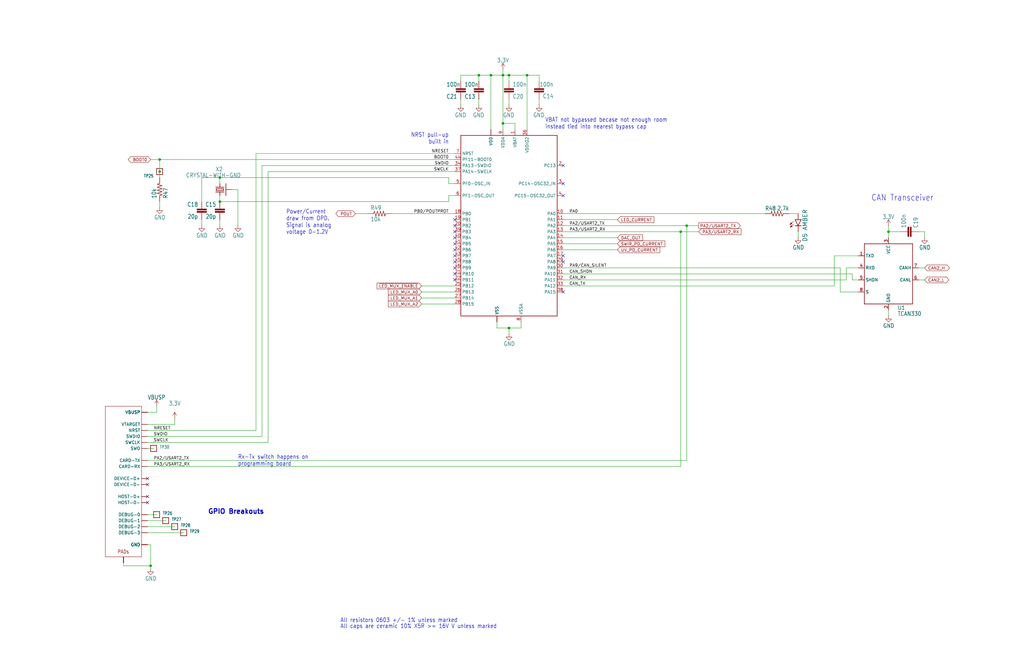
<source format=kicad_sch>
(kicad_sch (version 20231120) (generator "eeschema") (generator_version "8.0")
  (paper "USLedger")
  (title_block (title "OreSat Diode Test Card") (date "2024-04-21") (rev "v1.0"))
  (lib_symbols
    (symbol "oresat-power:VBUSP" (power) (pin_names (offset 0))
      (property "Value" "VBUSP" (at 0 3.556 0))
      (symbol "VBUSP_0_1"
        (polyline (pts (xy -0.762 1.27) (xy 0 2.54)))
        (polyline (pts (xy 0 0) (xy 0 2.54)))
        (polyline (pts (xy 0 2.54) (xy 0.762 1.27)))
      )
      (symbol "VBUSP_1_1"
        (pin power_in line (at 0 0 90) (length 0) hide (name "VBUSP") (number "1"))
      )
    )
    (symbol "oresat-proto-card-eagle-import:C-EU0603-C-NOSILK"
      (property "Reference" "C" (at 1.524 0.381 0))
      (symbol "C-EU0603-C-NOSILK_1_0"
        (rectangle (start -2.032 -2.032) (end 2.032 -1.524) (fill (type outline)))
        (rectangle (start -2.032 -1.016) (end 2.032 -0.508) (fill (type outline)))
        (polyline (pts (xy 0 -2.54) (xy 0 -2.032)) (stroke (width 0.1524)))
        (polyline (pts (xy 0 0) (xy 0 -0.508)) (stroke (width 0.1524)))
        (pin passive line (at 0 2.54 270) (length 2.54) (name "1") (number "1"))
        (pin passive line (at 0 -5.08 90) (length 2.54) (name "2") (number "2"))
      )
    )
    (symbol "oresat-proto-card-eagle-import:CRYSTAL-WITH-GND"
      (property "Reference" "X" (at 5.08 -2.54 0))
      (symbol "CRYSTAL-WITH-GND_1_0"
        (polyline (pts (xy -2.54 -2.54) (xy 2.54 -2.54)) (stroke (width 0.254)))
        (polyline (pts (xy -2.54 0) (xy -1.016 0)) (stroke (width 0.254)))
        (polyline (pts (xy -1.016 0) (xy -1.016 -1.778)) (stroke (width 0.254)))
        (polyline (pts (xy -1.016 1.778) (xy -1.016 0)) (stroke (width 0.254)))
        (polyline (pts (xy -0.381 -1.524) (xy 0.381 -1.524)) (stroke (width 0.254)))
        (polyline (pts (xy -0.381 1.524) (xy -0.381 -1.524)) (stroke (width 0.254)))
        (polyline (pts (xy 0.381 -1.524) (xy 0.381 1.524)) (stroke (width 0.254)))
        (polyline (pts (xy 0.381 1.524) (xy -0.381 1.524)) (stroke (width 0.254)))
        (polyline (pts (xy 1.016 0) (xy 1.016 -1.778)) (stroke (width 0.254)))
        (polyline (pts (xy 1.016 1.778) (xy 1.016 0)) (stroke (width 0.254)))
        (polyline (pts (xy 2.54 0) (xy 1.016 0)) (stroke (width 0.254)))
        (pin passive line (at -2.54 0 0) (length 0) (name "1") (number "1"))
        (pin power_in line (at 0 -5.08 90) (length 2.54) (name "SHIELD") (number "2"))
        (pin passive line (at 2.54 0 180) (length 0) (name "2") (number "3"))
        (pin power_in line (at 0 -5.08 90) (length 2.54) (name "SHIELD") (number "4"))
      )
    )
    (symbol "oresat-proto-card-eagle-import:LED-GREEN0603"
      (property "Reference" "D" (at -3.429 -4.572 90))
      (symbol "LED-GREEN0603_1_0"
        (polyline (pts (xy -2.032 -0.762) (xy -3.429 -2.159)) (stroke (width 0.1524)))
        (polyline (pts (xy -1.905 -1.905) (xy -3.302 -3.302)) (stroke (width 0.1524)))
        (polyline (pts (xy 0 -2.54) (xy -1.27 -2.54)) (stroke (width 0.254)))
        (polyline (pts (xy 0 -2.54) (xy -1.27 0)) (stroke (width 0.254)))
        (polyline (pts (xy 1.27 -2.54) (xy 0 -2.54)) (stroke (width 0.254)))
        (polyline (pts (xy 1.27 0) (xy -1.27 0)) (stroke (width 0.254)))
        (polyline (pts (xy 1.27 0) (xy 0 -2.54)) (stroke (width 0.254)))
        (polyline (pts (xy -3.429 -2.159) (xy -3.048 -1.27) (xy -2.54 -1.778)) (stroke (width 0.1524)) (fill (type outline)))
        (polyline (pts (xy -3.302 -3.302) (xy -2.921 -2.413) (xy -2.413 -2.921)) (stroke (width 0.1524)) (fill (type outline)))
        (pin passive line (at 0 2.54 270) (length 2.54) (name "A") (number "A"))
        (pin passive line (at 0 -5.08 90) (length 2.54) (name "C") (number "C"))
      )
    )
    (symbol "oresat-proto-card-eagle-import:ORESAT-DEBUG-CONNECTOR-ALL"
      (symbol "ORESAT-DEBUG-CONNECTOR-ALL_1_0"
        (polyline (pts (xy -6.35 -33.02) (xy 8.89 -33.02)) (stroke (width 0.1524)))
        (polyline (pts (xy -6.35 30.48) (xy -6.35 -33.02)) (stroke (width 0.1524)))
        (polyline (pts (xy 8.89 -33.02) (xy 8.89 30.48)) (stroke (width 0.1524)))
        (polyline (pts (xy 8.89 30.48) (xy -6.35 30.48)) (stroke (width 0.1524)))
        (text "PADs" (at -1.27 -31.75 0) (effects (font (size 1.524 1.2954)) (justify left bottom)))
        (pin passive line (at 11.43 27.94 180) (length 2.54) (name "VBUSP") (number "1"))
        (pin passive line (at 11.43 20.32 180) (length 2.54) (name "NRST") (number "10"))
        (pin passive line (at 11.43 22.86 180) (length 2.54) (name "VTARGET") (number "11"))
        (pin passive line (at 11.43 5.08 180) (length 2.54) (name "CARD-RX") (number "12"))
        (pin passive line (at 11.43 7.62 180) (length 2.54) (name "CARD-TX") (number "13"))
        (pin passive line (at 11.43 17.78 180) (length 2.54) (name "SWDIO") (number "14"))
        (pin passive line (at 11.43 15.24 180) (length 2.54) (name "SWCLK") (number "15"))
        (pin passive line (at 11.43 12.7 180) (length 2.54) (name "SWO") (number "16"))
        (pin passive line (at 11.43 -15.24 180) (length 2.54) (name "DEBUG-0") (number "17"))
        (pin passive line (at 11.43 -17.78 180) (length 2.54) (name "DEBUG-1") (number "18"))
        (pin passive line (at 11.43 -20.32 180) (length 2.54) (name "DEBUG-2") (number "19"))
        (pin passive line (at 11.43 27.94 180) (length 2.54) (name "VBUSP") (number "2"))
        (pin passive line (at 11.43 -22.86 180) (length 2.54) (name "DEBUG-3") (number "20"))
        (pin passive line (at 11.43 -27.94 180) (length 2.54) (name "GND") (number "3"))
        (pin passive line (at 11.43 0 180) (length 2.54) (name "DEVICE-D+") (number "4"))
        (pin passive line (at 11.43 -2.54 180) (length 2.54) (name "DEVICE-D-") (number "5"))
        (pin passive line (at 11.43 -27.94 180) (length 2.54) (name "GND") (number "6"))
        (pin passive line (at 11.43 -7.62 180) (length 2.54) (name "HOST-D+") (number "7"))
        (pin passive line (at 11.43 -10.16 180) (length 2.54) (name "HOST-D-") (number "8"))
        (pin passive line (at 11.43 -27.94 180) (length 2.54) (name "GND") (number "9"))
        (pin bidirectional line (at 1.27 -35.56 90) (length 2.54) (name "PAD") (number "PAD1"))
        (pin bidirectional line (at 1.27 -35.56 90) (length 2.54) (name "PAD") (number "PAD2"))
      )
    )
    (symbol "oresat-proto-card-eagle-import:R-US_0603-C-NOSILK"
      (property "Reference" "R" (at -3.81 1.4986 0))
      (symbol "R-US_0603-C-NOSILK_1_0"
        (polyline (pts (xy -2.54 0) (xy -2.159 1.016)) (stroke (width 0.2032)))
        (polyline (pts (xy -2.159 1.016) (xy -1.524 -1.016)) (stroke (width 0.2032)))
        (polyline (pts (xy -1.524 -1.016) (xy -0.889 1.016)) (stroke (width 0.2032)))
        (polyline (pts (xy -0.889 1.016) (xy -0.254 -1.016)) (stroke (width 0.2032)))
        (polyline (pts (xy -0.254 -1.016) (xy 0.381 1.016)) (stroke (width 0.2032)))
        (polyline (pts (xy 0.381 1.016) (xy 1.016 -1.016)) (stroke (width 0.2032)))
        (polyline (pts (xy 1.016 -1.016) (xy 1.651 1.016)) (stroke (width 0.2032)))
        (polyline (pts (xy 1.651 1.016) (xy 2.286 -1.016)) (stroke (width 0.2032)))
        (polyline (pts (xy 2.286 -1.016) (xy 2.54 0)) (stroke (width 0.2032)))
        (pin passive line (at -5.08 0 0) (length 2.54) (name "1") (number "1"))
        (pin passive line (at 5.08 0 180) (length 2.54) (name "2") (number "2"))
      )
    )
    (symbol "oresat-proto-card-eagle-import:STM32F091C"
      (symbol "STM32F091C_1_0"
        (polyline (pts (xy -20.32 -38.1) (xy -20.32 38.1)) (stroke (width 0.254)))
        (polyline (pts (xy -20.32 38.1) (xy 20.32 38.1)) (stroke (width 0.254)))
        (polyline (pts (xy 20.32 -38.1) (xy -20.32 -38.1)) (stroke (width 0.254)))
        (polyline (pts (xy 20.32 38.1) (xy 20.32 -38.1)) (stroke (width 0.254)))
        (pin power_in line (at -2.54 40.64 270) (length 2.54) (name "VBAT") (number "1"))
        (pin bidirectional line (at -22.86 5.08 0) (length 2.54) (name "PA0") (number "10"))
        (pin bidirectional line (at -22.86 2.54 0) (length 2.54) (name "PA1") (number "11"))
        (pin bidirectional line (at -22.86 0 0) (length 2.54) (name "PA2") (number "12"))
        (pin bidirectional line (at -22.86 -2.54 0) (length 2.54) (name "PA3") (number "13"))
        (pin bidirectional line (at -22.86 -5.08 0) (length 2.54) (name "PA4") (number "14"))
        (pin bidirectional line (at -22.86 -7.62 0) (length 2.54) (name "PA5") (number "15"))
        (pin bidirectional line (at -22.86 -10.16 0) (length 2.54) (name "PA6") (number "16"))
        (pin bidirectional line (at -22.86 -12.7 0) (length 2.54) (name "PA7") (number "17"))
        (pin bidirectional line (at 22.86 5.08 180) (length 2.54) (name "PB0") (number "18"))
        (pin bidirectional line (at 22.86 2.54 180) (length 2.54) (name "PB1") (number "19"))
        (pin bidirectional line (at -22.86 25.4 0) (length 2.54) (name "PC13") (number "2"))
        (pin bidirectional line (at 22.86 0 180) (length 2.54) (name "PB2") (number "20"))
        (pin bidirectional line (at 22.86 -20.32 180) (length 2.54) (name "PB10") (number "21"))
        (pin bidirectional line (at 22.86 -22.86 180) (length 2.54) (name "PB11") (number "22"))
        (pin power_in line (at 5.08 -40.64 90) (length 2.54) (name "VSS") (number "23"))
        (pin power_in line (at 7.62 40.64 270) (length 2.54) (name "VDD") (number "24"))
        (pin bidirectional line (at 22.86 -25.4 180) (length 2.54) (name "PB12") (number "25"))
        (pin bidirectional line (at 22.86 -27.94 180) (length 2.54) (name "PB13") (number "26"))
        (pin bidirectional line (at 22.86 -30.48 180) (length 2.54) (name "PB14") (number "27"))
        (pin bidirectional line (at 22.86 -33.02 180) (length 2.54) (name "PB15") (number "28"))
        (pin bidirectional line (at -22.86 -15.24 0) (length 2.54) (name "PA8") (number "29"))
        (pin bidirectional line (at -22.86 17.78 0) (length 2.54) (name "PC14-OSC32_IN") (number "3"))
        (pin bidirectional line (at -22.86 -17.78 0) (length 2.54) (name "PA9") (number "30"))
        (pin bidirectional line (at -22.86 -20.32 0) (length 2.54) (name "PA10") (number "31"))
        (pin bidirectional line (at -22.86 -22.86 0) (length 2.54) (name "PA11") (number "32"))
        (pin bidirectional line (at -22.86 -25.4 0) (length 2.54) (name "PA12") (number "33"))
        (pin bidirectional line (at 22.86 25.4 180) (length 2.54) (name "PA13-SWDIO") (number "34"))
        (pin power_in line (at 5.08 -40.64 90) (length 2.54) (name "VSS") (number "35"))
        (pin power_in line (at -7.62 40.64 270) (length 2.54) (name "VDDIO2") (number "36"))
        (pin bidirectional line (at 22.86 22.86 180) (length 2.54) (name "PA14-SWCLK") (number "37"))
        (pin bidirectional line (at -22.86 -27.94 0) (length 2.54) (name "PA15") (number "38"))
        (pin bidirectional line (at 22.86 -2.54 180) (length 2.54) (name "PB3") (number "39"))
        (pin bidirectional line (at -22.86 12.7 0) (length 2.54) (name "PC15-OSC32_OUT") (number "4"))
        (pin bidirectional line (at 22.86 -5.08 180) (length 2.54) (name "PB4") (number "40"))
        (pin bidirectional line (at 22.86 -7.62 180) (length 2.54) (name "PB5") (number "41"))
        (pin bidirectional line (at 22.86 -10.16 180) (length 2.54) (name "PB6") (number "42"))
        (pin bidirectional line (at 22.86 -12.7 180) (length 2.54) (name "PB7") (number "43"))
        (pin bidirectional line (at 22.86 27.94 180) (length 2.54) (name "PF11-BOOT0") (number "44"))
        (pin bidirectional line (at 22.86 -15.24 180) (length 2.54) (name "PB8") (number "45"))
        (pin bidirectional line (at 22.86 -17.78 180) (length 2.54) (name "PB9") (number "46"))
        (pin power_in line (at 5.08 -40.64 90) (length 2.54) (name "VSS") (number "47"))
        (pin power_in line (at 7.62 40.64 270) (length 2.54) (name "VDD") (number "48"))
        (pin bidirectional line (at 22.86 17.78 180) (length 2.54) (name "PF0-OSC_IN") (number "5"))
        (pin bidirectional line (at 22.86 12.7 180) (length 2.54) (name "PF1-OSC_OUT") (number "6"))
        (pin bidirectional line (at 22.86 30.48 180) (length 2.54) (name "NRST") (number "7"))
        (pin power_in line (at -5.08 -40.64 90) (length 2.54) (name "VSSA") (number "8"))
        (pin power_in line (at 2.54 40.64 270) (length 2.54) (name "VDDA") (number "9"))
      )
    )
    (symbol "oresat-proto-card-eagle-import:TCAN330"
      (property "Reference" "U" (at 7.62 -17.78 0))
      (symbol "TCAN330_1_0"
        (polyline (pts (xy -10.16 -12.7) (xy 10.16 -12.7)) (stroke (width 0.254)))
        (polyline (pts (xy -10.16 12.7) (xy -10.16 -12.7)) (stroke (width 0.254)))
        (polyline (pts (xy 10.16 -12.7) (xy 10.16 12.7)) (stroke (width 0.254)))
        (polyline (pts (xy 10.16 12.7) (xy -10.16 12.7)) (stroke (width 0.254)))
        (pin input line (at -12.7 7.62 0) (length 2.54) (name "TXD") (number "1"))
        (pin power_in line (at 0 -15.24 90) (length 2.54) (name "GND") (number "2"))
        (pin power_in line (at 0 15.24 270) (length 2.54) (name "VCC") (number "3"))
        (pin output line (at -12.7 2.54 0) (length 2.54) (name "RXD") (number "4"))
        (pin input line (at -12.7 -2.54 0) (length 2.54) (name "SHDN") (number "5"))
        (pin bidirectional line (at 12.7 -2.54 180) (length 2.54) (name "CANL") (number "6"))
        (pin bidirectional line (at 12.7 2.54 180) (length 2.54) (name "CANH") (number "7"))
        (pin input line (at -12.7 -7.62 0) (length 2.54) (name "S") (number "8"))
      )
    )
    (symbol "oresat-proto-card-eagle-import:TEST-POINT-LARGE-SQUARE"
      (property "Reference" "TP" (at -2.54 2.54 0))
      (symbol "TEST-POINT-LARGE-SQUARE_1_0"
        (polyline (pts (xy -1.27 -1.27) (xy -1.27 1.27)) (stroke (width 0.254)))
        (polyline (pts (xy -1.27 1.27) (xy 1.27 1.27)) (stroke (width 0.254)))
        (polyline (pts (xy 1.27 -1.27) (xy -1.27 -1.27)) (stroke (width 0.254)))
        (polyline (pts (xy 1.27 1.27) (xy 1.27 -1.27)) (stroke (width 0.254)))
        (pin passive line (at 0 0 0) (length 0) (name "1") (number "1"))
      )
    )
    (symbol "power:+3.3V" (power) (pin_numbers hide) (pin_names (offset 0) hide)
      (property "Value" "+3.3V" (at 0 3.556 0))
      (symbol "+3.3V_0_1"
        (polyline (pts (xy -0.762 1.27) (xy 0 2.54)))
        (polyline (pts (xy 0 0) (xy 0 2.54)))
        (polyline (pts (xy 0 2.54) (xy 0.762 1.27)))
      )
      (symbol "+3.3V_1_1"
        (pin power_in line (at 0 0 90) (length 0) (name "~") (number "1"))
      )
    )
    (symbol "power:GND" (power) (pin_numbers hide) (pin_names (offset 0) hide)
      (property "Value" "GND" (at 0 -3.81 0))
      (symbol "GND_0_1"
        (polyline (pts (xy 0 0) (xy 0 -1.27) (xy 1.27 -1.27) (xy 0 -2.54) (xy -1.27 -1.27) (xy 0 -1.27)))
      )
      (symbol "GND_1_1"
        (pin power_in line (at 0 0 270) (length 0) (name "~") (number "1"))
      )
    )
  )
  (junction (at 374.65 97.79))
  (junction (at 92.71 85.09))
  (junction (at 214.63 138.43))
  (junction (at 287.02 97.79))
  (junction (at 222.25 31.75))
  (junction (at 63.5 238.76))
  (junction (at 212.09 31.75))
  (junction (at 289.56 95.25))
  (junction (at 214.63 31.75))
  (junction (at 201.93 31.75))
  (junction (at 212.09 52.07))
  (junction (at 92.71 74.93))
  (junction (at 207.01 31.75))
  (junction (at 67.31 67.31))
  (junction (at 67.31 72.39))
  (no_connect (at 62.23 209.55))
  (no_connect (at 62.23 204.47))
  (no_connect (at 191.77 118.11))
  (no_connect (at 191.77 97.79))
  (no_connect (at 191.77 102.87))
  (no_connect (at 191.77 115.57))
  (no_connect (at 191.77 105.41))
  (no_connect (at 237.49 110.49))
  (no_connect (at 237.49 123.19))
  (no_connect (at 237.49 82.55))
  (no_connect (at 191.77 92.71))
  (no_connect (at 191.77 110.49))
  (no_connect (at 191.77 107.95))
  (no_connect (at 237.49 107.95))
  (no_connect (at 62.23 212.09))
  (no_connect (at 237.49 77.47))
  (no_connect (at 62.23 201.93))
  (no_connect (at 191.77 113.03))
  (no_connect (at 237.49 69.85))
  (no_connect (at 191.77 100.33))
  (no_connect (at 191.77 95.25))
  (wire (pts (xy 113.03 186.69) (xy 113.03 72.39)) (stroke (width 0.1524)))
  (wire (pts (xy 62.23 181.61) (xy 107.95 181.61)) (stroke (width 0.1524)))
  (wire (pts (xy 191.77 82.55) (xy 189.23 82.55)) (stroke (width 0.1524)))
  (wire (pts (xy 374.65 100.33) (xy 374.65 97.79)) (stroke (width 0.1524)))
  (wire (pts (xy 374.65 97.79) (xy 379.73 97.79)) (stroke (width 0.1524)))
  (wire (pts (xy 214.63 138.43) (xy 214.63 140.97)))
  (wire (pts (xy 237.49 100.33) (xy 260.35 100.33)) (stroke (width 0.1524)))
  (wire (pts (xy 359.41 118.11) (xy 359.41 115.57)) (stroke (width 0.1524)))
  (wire (pts (xy 191.77 77.47) (xy 189.23 77.47)) (stroke (width 0.1524)))
  (wire (pts (xy 52.07 237.49) (xy 52.07 238.76)) (stroke (width 0.1524)))
  (wire (pts (xy 287.02 97.79) (xy 294.64 97.79)) (stroke (width 0.1524)))
  (wire (pts (xy 177.8 128.27) (xy 184.15 128.27)))
  (wire (pts (xy 356.87 113.03) (xy 356.87 118.11)) (stroke (width 0.1524)))
  (wire (pts (xy 62.23 222.25) (xy 73.66 222.25)) (stroke (width 0.1524)))
  (wire (pts (xy 361.95 118.11) (xy 359.41 118.11)) (stroke (width 0.1524)))
  (wire (pts (xy 110.49 184.15) (xy 62.23 184.15)) (stroke (width 0.1524)))
  (wire (pts (xy 287.02 196.85) (xy 62.23 196.85)) (stroke (width 0.1524)))
  (wire (pts (xy 389.89 97.79) (xy 389.89 100.33)) (stroke (width 0.1524)))
  (wire (pts (xy 85.09 85.09) (xy 85.09 74.93)) (stroke (width 0.1524)))
  (wire (pts (xy 214.63 34.29) (xy 214.63 31.75)) (stroke (width 0.1524)))
  (wire (pts (xy 189.23 85.09) (xy 92.71 85.09)) (stroke (width 0.1524)))
  (wire (pts (xy 287.02 97.79) (xy 287.02 196.85)) (stroke (width 0.1524)))
  (wire (pts (xy 212.09 31.75) (xy 212.09 29.21)) (stroke (width 0.1524)))
  (wire (pts (xy 209.55 138.43) (xy 209.55 135.89)) (stroke (width 0.1524)))
  (wire (pts (xy 177.8 123.19) (xy 179.07 123.19)))
  (wire (pts (xy 361.95 113.03) (xy 356.87 113.03)) (stroke (width 0.1524)))
  (wire (pts (xy 237.49 97.79) (xy 287.02 97.79)) (stroke (width 0.1524)))
  (wire (pts (xy 67.31 67.31) (xy 63.5 67.31)) (stroke (width 0.1524)))
  (wire (pts (xy 207.01 54.61) (xy 207.01 31.75)) (stroke (width 0.1524)))
  (wire (pts (xy 62.23 229.87) (xy 63.5 229.87)) (stroke (width 0.1524)))
  (wire (pts (xy 92.71 85.09) (xy 92.71 82.55)) (stroke (width 0.1524)))
  (wire (pts (xy 214.63 138.43) (xy 219.71 138.43)) (stroke (width 0.1524)))
  (wire (pts (xy 191.77 123.19) (xy 179.07 123.19)) (stroke (width 0.1524)))
  (wire (pts (xy 237.49 115.57) (xy 359.41 115.57)) (stroke (width 0.1524)))
  (wire (pts (xy 212.09 31.75) (xy 212.09 52.07)) (stroke (width 0.1524)))
  (wire (pts (xy 237.49 113.03) (xy 354.33 113.03)) (stroke (width 0.1524)))
  (wire (pts (xy 64.77 189.23) (xy 62.23 189.23)) (stroke (width 0.1524)))
  (wire (pts (xy 354.33 113.03) (xy 354.33 123.19)) (stroke (width 0.1524)))
  (wire (pts (xy 194.31 41.91) (xy 194.31 44.45)) (stroke (width 0.1524)))
  (wire (pts (xy 374.65 133.35) (xy 374.65 130.81)) (stroke (width 0.1524)))
  (wire (pts (xy 62.23 179.07) (xy 73.66 179.07)) (stroke (width 0.1524)))
  (wire (pts (xy 66.04 173.99) (xy 66.04 171.45)) (stroke (width 0.1524)))
  (wire (pts (xy 100.33 95.25) (xy 100.33 80.01)) (stroke (width 0.1524)))
  (wire (pts (xy 387.35 97.79) (xy 389.89 97.79)) (stroke (width 0.1524)))
  (wire (pts (xy 374.65 97.79) (xy 374.65 95.25)) (stroke (width 0.1524)))
  (wire (pts (xy 227.33 31.75) (xy 227.33 34.29)) (stroke (width 0.1524)))
  (wire (pts (xy 217.17 52.07) (xy 217.17 54.61)) (stroke (width 0.1524)))
  (wire (pts (xy 237.49 120.65) (xy 351.79 120.65)) (stroke (width 0.1524)))
  (wire (pts (xy 354.33 123.19) (xy 361.95 123.19)) (stroke (width 0.1524)))
  (wire (pts (xy 227.33 44.45) (xy 227.33 41.91)) (stroke (width 0.1524)))
  (wire (pts (xy 63.5 229.87) (xy 63.5 238.76)) (stroke (width 0.1524)))
  (wire (pts (xy 63.5 238.76) (xy 63.5 240.03)) (stroke (width 0.1524)))
  (wire (pts (xy 237.49 118.11) (xy 356.87 118.11)) (stroke (width 0.1524)))
  (wire (pts (xy 209.55 138.43) (xy 214.63 138.43)) (stroke (width 0.1524)))
  (wire (pts (xy 191.77 125.73) (xy 181.61 125.73)) (stroke (width 0.1524)))
  (wire (pts (xy 217.17 52.07) (xy 212.09 52.07)) (stroke (width 0.1524)))
  (wire (pts (xy 107.95 64.77) (xy 107.95 181.61)) (stroke (width 0.1524)))
  (wire (pts (xy 289.56 95.25) (xy 289.56 194.31)) (stroke (width 0.1524)))
  (wire (pts (xy 237.49 90.17) (xy 322.58 90.17)) (stroke (width 0.1524)))
  (wire (pts (xy 62.23 217.17) (xy 66.04 217.17)) (stroke (width 0.1524)))
  (wire (pts (xy 237.49 102.87) (xy 260.35 102.87)) (stroke (width 0.1524)))
  (wire (pts (xy 201.93 44.45) (xy 201.93 41.91)) (stroke (width 0.1524)))
  (wire (pts (xy 222.25 31.75) (xy 214.63 31.75)) (stroke (width 0.1524)))
  (wire (pts (xy 67.31 67.31) (xy 191.77 67.31)) (stroke (width 0.1524)))
  (wire (pts (xy 214.63 31.75) (xy 212.09 31.75)) (stroke (width 0.1524)))
  (wire (pts (xy 194.31 31.75) (xy 201.93 31.75)) (stroke (width 0.1524)))
  (wire (pts (xy 69.85 219.71) (xy 62.23 219.71)) (stroke (width 0.1524)))
  (wire (pts (xy 52.07 238.76) (xy 63.5 238.76)) (stroke (width 0.1524)))
  (wire (pts (xy 73.66 179.07) (xy 73.66 176.53)) (stroke (width 0.1524)))
  (wire (pts (xy 92.71 74.93) (xy 92.71 77.47)) (stroke (width 0.1524)))
  (wire (pts (xy 92.71 95.25) (xy 92.71 92.71)) (stroke (width 0.1524)))
  (wire (pts (xy 214.63 41.91) (xy 214.63 44.45)) (stroke (width 0.1524)))
  (wire (pts (xy 222.25 31.75) (xy 222.25 54.61)) (stroke (width 0.1524)))
  (wire (pts (xy 201.93 34.29) (xy 201.93 31.75)) (stroke (width 0.1524)))
  (wire (pts (xy 387.35 113.03) (xy 389.89 113.03)) (stroke (width 0.1524)))
  (wire (pts (xy 189.23 74.93) (xy 189.23 77.47)) (stroke (width 0.1524)))
  (wire (pts (xy 387.35 118.11) (xy 389.89 118.11)) (stroke (width 0.1524)))
  (wire (pts (xy 237.49 95.25) (xy 289.56 95.25)) (stroke (width 0.1524)))
  (wire (pts (xy 67.31 72.39) (xy 67.31 67.31)) (stroke (width 0.1524)))
  (wire (pts (xy 191.77 128.27) (xy 184.15 128.27)) (stroke (width 0.1524)))
  (wire (pts (xy 113.03 186.69) (xy 62.23 186.69)) (stroke (width 0.1524)))
  (wire (pts (xy 189.23 74.93) (xy 92.71 74.93)) (stroke (width 0.1524)))
  (wire (pts (xy 189.23 85.09) (xy 189.23 82.55)) (stroke (width 0.1524)))
  (wire (pts (xy 351.79 107.95) (xy 351.79 120.65)) (stroke (width 0.1524)))
  (wire (pts (xy 336.55 97.79) (xy 336.55 100.33)) (stroke (width 0.1524)))
  (wire (pts (xy 289.56 194.31) (xy 62.23 194.31)) (stroke (width 0.1524)))
  (wire (pts (xy 165.1 90.17) (xy 191.77 90.17)) (stroke (width 0.1524)))
  (wire (pts (xy 212.09 52.07) (xy 212.09 54.61)) (stroke (width 0.1524)))
  (wire (pts (xy 361.95 107.95) (xy 351.79 107.95)) (stroke (width 0.1524)))
  (wire (pts (xy 110.49 184.15) (xy 110.49 69.85)) (stroke (width 0.1524)))
  (wire (pts (xy 113.03 72.39) (xy 191.77 72.39)) (stroke (width 0.1524)))
  (wire (pts (xy 154.94 90.17) (xy 149.86 90.17)) (stroke (width 0.1524)))
  (wire (pts (xy 107.95 64.77) (xy 191.77 64.77)) (stroke (width 0.1524)))
  (wire (pts (xy 219.71 138.43) (xy 219.71 135.89)) (stroke (width 0.1524)))
  (wire (pts (xy 289.56 95.25) (xy 294.64 95.25)) (stroke (width 0.1524)))
  (wire (pts (xy 222.25 31.75) (xy 227.33 31.75)) (stroke (width 0.1524)))
  (wire (pts (xy 332.74 90.17) (xy 336.55 90.17)) (stroke (width 0.1524)))
  (wire (pts (xy 201.93 31.75) (xy 207.01 31.75)) (stroke (width 0.1524)))
  (wire (pts (xy 67.31 85.09) (xy 67.31 87.63)) (stroke (width 0.1524)))
  (wire (pts (xy 85.09 95.25) (xy 85.09 92.71)) (stroke (width 0.1524)))
  (wire (pts (xy 194.31 34.29) (xy 194.31 31.75)) (stroke (width 0.1524)))
  (wire (pts (xy 237.49 92.71) (xy 260.35 92.71)) (stroke (width 0.1524)))
  (wire (pts (xy 67.31 74.93) (xy 67.31 72.39)) (stroke (width 0.1524)))
  (wire (pts (xy 177.8 125.73) (xy 181.61 125.73)))
  (wire (pts (xy 207.01 31.75) (xy 212.09 31.75)) (stroke (width 0.1524)))
  (wire (pts (xy 237.49 105.41) (xy 260.35 105.41)))
  (wire (pts (xy 77.47 224.79) (xy 62.23 224.79)) (stroke (width 0.1524)))
  (wire (pts (xy 100.33 80.01) (xy 97.79 80.01)) (stroke (width 0.1524)))
  (wire (pts (xy 62.23 173.99) (xy 66.04 173.99)) (stroke (width 0.1524)))
  (wire (pts (xy 177.8 120.65) (xy 191.77 120.65)))
  (wire (pts (xy 85.09 74.93) (xy 92.71 74.93)) (stroke (width 0.1524)))
  (wire (pts (xy 110.49 69.85) (xy 191.77 69.85)) (stroke (width 0.1524)))
  (text "Power/Current\ndraw from OPD.\nSignal is analog\nvoltage 0-1.2V" (at 120.65 99.06 0) (effects (font (size 1.778 1.5113)) (justify left bottom)))
  (text "VBAT not bypassed becase not enough room\ninstead tied into nearest bypass cap" (at 229.87 54.61 0) (effects (font (size 1.778 1.5113)) (justify left bottom)))
  (text "GPIO Breakouts" (at 87.63 217.17 0) (effects (font (size 2 2) (thickness 0.4) (bold yes)) (justify left bottom)))
  (text "CAN Transceiver" (at 393.7 85.09 0) (effects (font (size 2.54 2.159)) (justify right bottom)))
  (text "All resistors 0603 +/- 1% unless marked" (at 143.51 262.89 0) (effects (font (size 1.778 1.5113)) (justify left bottom)))
  (text "All caps are ceramic 10% X5R >= 16V V unless marked" (at 143.51 265.43 0) (effects (font (size 1.778 1.5113)) (justify left bottom)))
  (text "NRST pull-up\nbuilt in" (at 189.23 60.96 0) (effects (font (size 1.778 1.5113)) (justify right bottom)))
  (text "Rx-Tx switch happens on\nprogramming board" (at 100.33 196.85 0) (effects (font (size 1.778 1.5113)) (justify left bottom)))
  (label "PB0/POUTPROT" (at 189.23 90.17 180) (effects (font (size 1.2446 1.2446))))
  (label "SWCLK" (at 189.23 72.39 180) (effects (font (size 1.2446 1.2446))))
  (label "SWDIO" (at 64.77 184.15 0) (effects (font (size 1.2446 1.2446))))
  (label "PA3/USART2_RX" (at 240.03 97.79 0) (effects (font (size 1.2446 1.2446))))
  (label "PA0" (at 240.03 90.17 0) (effects (font (size 1.2446 1.2446))))
  (label "SWDIO" (at 189.23 69.85 180) (effects (font (size 1.2446 1.2446))))
  (label "CAN_SHDN" (at 240.03 115.57 0) (effects (font (size 1.2446 1.2446))))
  (label "NRESET" (at 64.77 181.61 0) (effects (font (size 1.2446 1.2446))))
  (label "PA9/CAN_SILENT" (at 240.03 113.03 0) (effects (font (size 1.2446 1.2446))))
  (label "SWCLK" (at 64.77 186.69 0) (effects (font (size 1.2446 1.2446))))
  (label "PA2/USART2_TX" (at 64.77 194.31 0) (effects (font (size 1.2446 1.2446))))
  (label "CAN_TX" (at 240.03 120.65 0) (effects (font (size 1.2446 1.2446))))
  (label "NRESET" (at 189.23 64.77 180))
  (label "BOOT0" (at 189.23 67.31 180))
  (label "PA3/USART2_RX" (at 64.77 196.85 0) (effects (font (size 1.2446 1.2446))))
  (label "CAN_RX" (at 240.03 118.11 0) (effects (font (size 1.2446 1.2446))))
  (label "PA2/USART2_TX" (at 240.03 95.25 0) (effects (font (size 1.2446 1.2446))))
  (global_label "PA2{slash}USART2_TX" (shape output) (at 294.64 95.25 0) (property "Intersheetrefs" "${INTERSHEET_REFS}" (at 312.6648 95.25 0) (effects (justify left))))
  (global_label "LED_CURRENT" (shape input) (at 260.35 92.71 0) (property "Intersheetrefs" "${INTERSHEET_REFS}" (at 276.3375 92.71 0) (effects (justify left))))
  (global_label "~{LED_MUX_ENABLE}" (shape input) (at 177.8 120.65 180) (property "Intersheetrefs" "${INTERSHEET_REFS}" (at 158.4259 120.65 0) (effects (justify right))))
  (global_label "PA3{slash}USART2_RX" (shape input) (at 294.64 97.79 0) (property "Intersheetrefs" "${INTERSHEET_REFS}" (at 313.0466 97.79 0) (effects (justify left))))
  (global_label "LED_MUX_A1" (shape input) (at 177.8 125.73 180) (property "Intersheetrefs" "${INTERSHEET_REFS}" (at 163.143 125.73 0) (effects (justify right))))
  (global_label "DAC_OUT" (shape input) (at 260.35 100.33 0) (property "Intersheetrefs" "${INTERSHEET_REFS}" (at 271.56 100.33 0) (effects (justify left))))
  (global_label "CAN2_L" (shape bidirectional) (at 389.89 118.11 0) (effects (font (size 1.2446 1.2446))) (property "Intersheetrefs" "${INTERSHEET_REFS}" (at 400.6606 118.11 0) (effects (justify left))))
  (global_label "SWIR_PD_CURRENT" (shape input) (at 260.35 102.87 0) (property "Intersheetrefs" "${INTERSHEET_REFS}" (at 280.9337 102.87 0) (effects (justify left))))
  (global_label "CAN2_H" (shape bidirectional) (at 389.89 113.03 0) (effects (font (size 1.2446 1.2446))) (property "Intersheetrefs" "${INTERSHEET_REFS}" (at 400.957 113.03 0) (effects (justify left))))
  (global_label "UV_PD_CURRENT" (shape input) (at 260.35 105.41 0) (property "Intersheetrefs" "${INTERSHEET_REFS}" (at 278.8171 105.41 0) (effects (justify left))))
  (global_label "LED_MUX_A0" (shape input) (at 177.8 123.19 180) (property "Intersheetrefs" "${INTERSHEET_REFS}" (at 163.143 123.19 0) (effects (justify right))))
  (global_label "LED_MUX_A2" (shape input) (at 177.8 128.27 180) (property "Intersheetrefs" "${INTERSHEET_REFS}" (at 163.143 128.27 0) (effects (justify right))))
  (global_label "BOOT0" (shape bidirectional) (at 63.5 67.31 180) (effects (font (size 1.2446 1.2446))) (property "Intersheetrefs" "${INTERSHEET_REFS}" (at 53.4998 67.31 0) (effects (justify right))))
  (global_label "POUT" (shape bidirectional) (at 149.86 90.17 180) (effects (font (size 1.2446 1.2446))) (property "Intersheetrefs" "${INTERSHEET_REFS}" (at 141.0451 90.17 0) (effects (justify right))))
  (symbol (lib_id "oresat-proto-card-eagle-import:TEST-POINT-LARGE-SQUARE") (at 73.66 222.25 0) (mirror x) (unit 1)
    (property "Reference" "TP28" (at 76.2 220.98 0) (effects (font (size 1.27 1.0795)) (justify left bottom)))
    (property "Value" "TEST-POINT-LARGE-SQUARE" (effects (hide yes)))
    (property "Footprint" "oresat-proto-card:1X01" (effects (hide yes)))
  )
  (symbol (lib_id "oresat-proto-card-eagle-import:ORESAT-DEBUG-CONNECTOR-ALL") (at 50.8 201.93 0) (unit 1)
    (property "Reference" "J7" (effects (hide yes)))
    (property "Value" "ORESAT-DEBUG-CONNECTOR-ALL" (effects (hide yes)))
    (property "Footprint" "oresat-proto-card:TE_2-1734592-0" (effects (hide yes)))
  )
  (symbol (lib_id "oresat-proto-card-eagle-import:R-US_0603-C-NOSILK") (at 327.66 90.17 180) (unit 1)
    (property "Reference" "R48" (at 322.58 88.9 0) (effects (font (size 1.778 1.5113)) (justify right top)))
    (property "Value" "2.7k" (at 327.66 88.9 0) (effects (font (size 1.778 1.5113)) (justify right top)))
    (property "Footprint" "oresat-passives:0603-C-NOSILK" (effects (hide yes)))
    (property "DIS" "Digi-Key" (effects (hide yes)))
    (property "DPN" "A129632CT-ND" (effects (hide yes)))
    (property "MFR" "TE Connectivity" (effects (hide yes)))
    (property "MPN" "CRGCQ0402F2K7" (effects (hide yes)))
  )
  (symbol (lib_id "power:GND") (at 194.31 44.45 0) (unit 1)
    (property "Reference" "#GND064" (effects (hide yes)))
    (property "Value" "GND" (at 191.77 49.53 0) (effects (font (size 1.778 1.5113)) (justify left bottom)))
    (property "Description" "Power symbol creates a global label with name \"GND\" , ground" (effects (hide yes)))
  )
  (symbol (lib_id "power:+3.3V") (at 212.09 29.21 0) (mirror y) (unit 1)
    (property "Reference" "#SUPPLY05" (effects (hide yes)))
    (property "Value" "3.3V" (at 212.09 26.416 0) (effects (font (size 1.778 1.5113)) (justify bottom)))
    (property "Description" "Power symbol creates a global label with name \"+3.3V\"" (effects (hide yes)))
  )
  (symbol (lib_id "oresat-proto-card-eagle-import:C-EU0603-C-NOSILK") (at 201.93 39.37 0) (mirror x) (unit 1)
    (property "Reference" "C13" (at 195.834 39.751 0) (effects (font (size 1.778 1.5113)) (justify left bottom)))
    (property "Value" "100n" (at 195.834 34.671 0) (effects (font (size 1.778 1.5113)) (justify left bottom)))
    (property "Footprint" "oresat-passives:0603-C-NOSILK" (effects (hide yes)))
    (property "DIS" "Digi-Key" (effects (hide yes)))
    (property "DPN" "1276-1001-1-ND" (effects (hide yes)))
    (property "MFR" "Samsung" (effects (hide yes)))
    (property "MPN" "CL05B104KO5NNNC" (effects (hide yes)))
  )
  (symbol (lib_id "oresat-proto-card-eagle-import:CRYSTAL-WITH-GND") (at 92.71 80.01 90) (mirror x) (unit 1)
    (property "Reference" "X2" (at 93.98 72.39 90) (effects (font (size 1.778 1.5113)) (justify left bottom)))
    (property "Value" "CRYSTAL-WITH-GND" (at 101.6 74.93 90) (effects (font (size 1.778 1.5113)) (justify left bottom)))
    (property "Footprint" "oresat-proto-card:CRYSTAL_2.5X2" (effects (hide yes)))
    (property "DIS" "Digi-Key" (effects (hide yes)))
    (property "DPN" "XC2181CT-ND" (effects (hide yes)))
    (property "MFR" "ECS Inc." (effects (hide yes)))
    (property "MPN" "ECS-160-10-36Q-ES-TR" (effects (hide yes)))
  )
  (symbol (lib_id "power:GND") (at 214.63 44.45 0) (unit 1)
    (property "Reference" "#GND058" (effects (hide yes)))
    (property "Value" "GND" (at 212.09 49.53 0) (effects (font (size 1.778 1.5113)) (justify left bottom)))
    (property "Description" "Power symbol creates a global label with name \"GND\" , ground" (effects (hide yes)))
  )
  (symbol (lib_id "oresat-power:VBUSP") (at 66.04 171.45 0) (unit 1)
    (property "Reference" "#VBUSP05" (effects (hide yes)))
    (property "Value" "VBUSP" (at 66.04 168.656 0) (effects (font (size 1.778 1.5113)) (justify bottom)))
    (property "Description" "Power symbol creates a global label with name \"VBUSP\"" (effects (hide yes)))
  )
  (symbol (lib_id "oresat-proto-card-eagle-import:TCAN330") (at 374.65 115.57 0) (unit 1)
    (property "Reference" "U1" (at 378.46 130.81 0) (effects (font (size 1.778 1.5113)) (justify left bottom)))
    (property "Value" "TCAN330" (at 378.46 133.35 0) (effects (font (size 1.778 1.5113)) (justify left bottom)))
    (property "Footprint" "oresat-proto-card:SOT23-8_TI-DCN" (effects (hide yes)))
    (property "DIS" "Digi-Key" (effects (hide yes)))
    (property "DPN" "296-44211-1-ND" (effects (hide yes)))
    (property "MFR" "Texas Instruments" (effects (hide yes)))
    (property "MPN" "TCAN330GDCNT" (effects (hide yes)))
  )
  (symbol (lib_id "oresat-proto-card-eagle-import:TEST-POINT-LARGE-SQUARE") (at 69.85 219.71 0) (mirror x) (unit 1)
    (property "Reference" "TP27" (at 72.39 218.44 0) (effects (font (size 1.27 1.0795)) (justify left bottom)))
    (property "Value" "TEST-POINT-LARGE-SQUARE" (effects (hide yes)))
    (property "Footprint" "oresat-proto-card:1X01" (effects (hide yes)))
  )
  (symbol (lib_id "power:+3.3V") (at 73.66 176.53 0) (mirror y) (unit 1)
    (property "Reference" "#SUPPLY010" (effects (hide yes)))
    (property "Value" "3.3V" (at 73.66 171.196 0) (effects (font (size 1.778 1.5113)) (justify bottom)))
    (property "Description" "Power symbol creates a global label with name \"+3.3V\"" (effects (hide yes)))
  )
  (symbol (lib_id "oresat-proto-card-eagle-import:TEST-POINT-LARGE-SQUARE") (at 77.47 224.79 0) (mirror x) (unit 1)
    (property "Reference" "TP29" (at 80.01 223.52 0) (effects (font (size 1.27 1.0795)) (justify left bottom)))
    (property "Value" "TEST-POINT-LARGE-SQUARE" (effects (hide yes)))
    (property "Footprint" "oresat-proto-card:1X01" (effects (hide yes)))
  )
  (symbol (lib_id "oresat-proto-card-eagle-import:C-EU0603-C-NOSILK") (at 384.81 97.79 270) (mirror x) (unit 1)
    (property "Reference" "C19" (at 385.191 96.266 0) (effects (font (size 1.778 1.5113)) (justify left bottom)))
    (property "Value" "100n" (at 380.111 96.266 0) (effects (font (size 1.778 1.5113)) (justify left bottom)))
    (property "Footprint" "oresat-passives:0603-C-NOSILK" (effects (hide yes)))
    (property "DIS" "Digi-Key" (effects (hide yes)))
    (property "DPN" "1276-1001-1-ND" (effects (hide yes)))
    (property "MFR" "Samsung" (effects (hide yes)))
    (property "MPN" "CL05B104KO5NNNC" (effects (hide yes)))
  )
  (symbol (lib_id "oresat-proto-card-eagle-import:LED-GREEN0603") (at 336.55 92.71 0) (unit 1)
    (property "Reference" "D5" (at 338.455 102.108 90) (effects (font (size 1.778 1.778)) (justify left top)))
    (property "Value" "AMBER" (at 338.455 97.282 90) (effects (font (size 1.778 1.778)) (justify left top)))
    (property "Footprint" "oresat-proto-card:LED-0603" (effects (hide yes)))
    (property "DIS" "Digi-Key" (effects (hide yes)))
    (property "DPN" "1830-1064-1-ND" (effects (hide yes)))
    (property "MFR" "Inolux" (effects (hide yes)))
    (property "MPN" "IN-S63AT5A" (effects (hide yes)))
  )
  (symbol (lib_id "power:GND") (at 227.33 44.45 0) (unit 1)
    (property "Reference" "#GND060" (effects (hide yes)))
    (property "Value" "GND" (at 224.79 49.53 0) (effects (font (size 1.778 1.5113)) (justify left bottom)))
    (property "Description" "Power symbol creates a global label with name \"GND\" , ground" (effects (hide yes)))
  )
  (symbol (lib_id "oresat-proto-card-eagle-import:STM32F091C") (at 214.63 95.25 0) (mirror y) (unit 1)
    (property "Reference" "U7" (effects (hide yes)))
    (property "Value" "STM32F091C" (effects (hide yes)))
    (property "Footprint" "oresat-proto-card:STM32F091C" (effects (hide yes)))
    (property "Datasheet" "https://www.st.com/content/ccc/resource/technical/document/datasheet/95/3c/2e/5b/21/09/45/a6/DM00115237.pdf/files/DM00115237.pdf/jcr:content/translations/en.DM00115237.pdf" (effects (hide yes)))
    (property "DIS" "Digi-Key" (effects (hide yes)))
    (property "DPN" "497-18516-ND" (effects (hide yes)))
    (property "MFR" "STMicroelectronics" (effects (hide yes)))
    (property "MPN" "STM32F042K6T7" (effects (hide yes)))
  )
  (symbol (lib_id "oresat-proto-card-eagle-import:R-US_0603-C-NOSILK") (at 67.31 80.01 270) (mirror x) (unit 1)
    (property "Reference" "R47" (at 68.8086 83.82 0) (effects (font (size 1.778 1.5113)) (justify left bottom)))
    (property "Value" "10k" (at 64.008 83.82 0) (effects (font (size 1.778 1.5113)) (justify left bottom)))
    (property "Footprint" "oresat-passives:0603-C-NOSILK" (effects (hide yes)))
    (property "DIS" "Digi-Key" (effects (hide yes)))
    (property "DPN" "311-10.0KLRCT-ND" (effects (hide yes)))
    (property "MFR" "Yageo" (effects (hide yes)))
    (property "MPN" "RC0402FR-0710KL" (effects (hide yes)))
  )
  (symbol (lib_id "power:GND") (at 374.65 133.35 0) (mirror y) (unit 1)
    (property "Reference" "#GND057" (effects (hide yes)))
    (property "Value" "GND" (at 377.19 138.43 0) (effects (font (size 1.778 1.5113)) (justify left bottom)))
    (property "Description" "Power symbol creates a global label with name \"GND\" , ground" (effects (hide yes)))
  )
  (symbol (lib_id "power:GND") (at 214.63 140.97 0) (mirror y) (unit 1)
    (property "Reference" "#GND045" (effects (hide yes)))
    (property "Value" "GND" (at 217.17 146.05 0) (effects (font (size 1.778 1.5113)) (justify left bottom)))
    (property "Description" "Power symbol creates a global label with name \"GND\" , ground" (effects (hide yes)))
  )
  (symbol (lib_id "power:GND") (at 67.31 87.63 0) (mirror y) (unit 1)
    (property "Reference" "#GND061" (effects (hide yes)))
    (property "Value" "GND" (at 69.85 92.71 0) (effects (font (size 1.778 1.5113)) (justify left bottom)))
    (property "Description" "Power symbol creates a global label with name \"GND\" , ground" (effects (hide yes)))
  )
  (symbol (lib_id "oresat-proto-card-eagle-import:C-EU0603-C-NOSILK") (at 85.09 87.63 0) (mirror y) (unit 1)
    (property "Reference" "C18" (at 83.566 87.249 0) (effects (font (size 1.778 1.5113)) (justify left bottom)))
    (property "Value" "20p" (at 83.566 92.329 0) (effects (font (size 1.778 1.5113)) (justify left bottom)))
    (property "Footprint" "oresat-passives:0603-C-NOSILK" (effects (hide yes)))
    (property "DIS" "Digi-Key" (effects (hide yes)))
    (property "DPN" "1276-6601-1-ND" (effects (hide yes)))
    (property "MFR" "Samsung" (effects (hide yes)))
    (property "MPN" "CL05C200JB51PNC" (effects (hide yes)))
  )
  (symbol (lib_id "oresat-proto-card-eagle-import:C-EU0603-C-NOSILK") (at 227.33 39.37 180) (unit 1)
    (property "Reference" "C14" (at 228.854 41.529 0) (effects (font (size 1.778 1.5113)) (justify right top)))
    (property "Value" "100n" (at 233.426 34.671 0) (effects (font (size 1.778 1.5113)) (justify left bottom)))
    (property "Footprint" "oresat-passives:0603-C-NOSILK" (effects (hide yes)))
    (property "DIS" "Digi-Key" (effects (hide yes)))
    (property "DPN" "1276-1001-1-ND" (effects (hide yes)))
    (property "MFR" "Samsung" (effects (hide yes)))
    (property "MPN" "CL05B104KO5NNNC" (effects (hide yes)))
  )
  (symbol (lib_id "power:+3.3V") (at 374.65 95.25 0) (mirror y) (unit 1)
    (property "Reference" "#SUPPLY09" (effects (hide yes)))
    (property "Value" "3.3V" (at 374.65 92.456 0) (effects (font (size 1.778 1.5113)) (justify bottom)))
    (property "Description" "Power symbol creates a global label with name \"+3.3V\"" (effects (hide yes)))
  )
  (symbol (lib_id "power:GND") (at 201.93 44.45 0) (unit 1)
    (property "Reference" "#GND059" (effects (hide yes)))
    (property "Value" "GND" (at 199.39 49.53 0) (effects (font (size 1.778 1.5113)) (justify left bottom)))
    (property "Description" "Power symbol creates a global label with name \"GND\" , ground" (effects (hide yes)))
  )
  (symbol (lib_id "power:GND") (at 85.09 95.25 0) (mirror y) (unit 1)
    (property "Reference" "#GND055" (effects (hide yes)))
    (property "Value" "GND" (at 87.63 100.33 0) (effects (font (size 1.778 1.5113)) (justify left bottom)))
    (property "Description" "Power symbol creates a global label with name \"GND\" , ground" (effects (hide yes)))
  )
  (symbol (lib_id "oresat-proto-card-eagle-import:TEST-POINT-LARGE-SQUARE") (at 64.77 189.23 0) (mirror x) (unit 1)
    (property "Reference" "TP30" (at 67.31 187.96 0) (effects (font (size 1.27 1.0795)) (justify left bottom)))
    (property "Value" "TEST-POINT-LARGE-SQUARE" (effects (hide yes)))
    (property "Footprint" "oresat-proto-card:1X01" (effects (hide yes)))
  )
  (symbol (lib_id "power:GND") (at 63.5 240.03 0) (mirror y) (unit 1)
    (property "Reference" "#GND063" (effects (hide yes)))
    (property "Value" "GND" (at 66.04 245.11 0) (effects (font (size 1.778 1.5113)) (justify left bottom)))
    (property "Description" "Power symbol creates a global label with name \"GND\" , ground" (effects (hide yes)))
  )
  (symbol (lib_id "oresat-proto-card-eagle-import:C-EU0603-C-NOSILK") (at 194.31 39.37 0) (mirror x) (unit 1)
    (property "Reference" "C21" (at 188.214 39.751 0) (effects (font (size 1.778 1.5113)) (justify left bottom)))
    (property "Value" "100n" (at 188.214 34.671 0) (effects (font (size 1.778 1.5113)) (justify left bottom)))
    (property "Footprint" "oresat-passives:0603-C-NOSILK" (effects (hide yes)))
    (property "DIS" "Digi-Key" (effects (hide yes)))
    (property "DPN" "1276-1001-1-ND" (effects (hide yes)))
    (property "MFR" "Samsung" (effects (hide yes)))
    (property "MPN" "CL05B104KO5NNNC" (effects (hide yes)))
  )
  (symbol (lib_id "oresat-proto-card-eagle-import:C-EU0603-C-NOSILK") (at 214.63 39.37 0) (mirror x) (unit 1)
    (property "Reference" "C20" (at 216.154 39.751 0) (effects (font (size 1.778 1.5113)) (justify left bottom)))
    (property "Value" "100n" (at 216.154 34.671 0) (effects (font (size 1.778 1.5113)) (justify left bottom)))
    (property "Footprint" "oresat-passives:0603-C-NOSILK" (effects (hide yes)))
    (property "DIS" "Digi-Key" (effects (hide yes)))
    (property "DPN" "1276-1001-1-ND" (effects (hide yes)))
    (property "MFR" "Samsung" (effects (hide yes)))
    (property "MPN" "CL05B104KO5NNNC" (effects (hide yes)))
  )
  (symbol (lib_id "oresat-proto-card-eagle-import:C-EU0603-C-NOSILK") (at 92.71 87.63 0) (mirror y) (unit 1)
    (property "Reference" "C15" (at 91.186 87.249 0) (effects (font (size 1.778 1.5113)) (justify left bottom)))
    (property "Value" "20p" (at 91.186 92.329 0) (effects (font (size 1.778 1.5113)) (justify left bottom)))
    (property "Footprint" "oresat-passives:0603-C-NOSILK" (effects (hide yes)))
    (property "DIS" "Digi-Key" (effects (hide yes)))
    (property "DPN" "1276-6601-1-ND" (effects (hide yes)))
    (property "MFR" "Samsung" (effects (hide yes)))
    (property "MPN" "CL05C200JB51PNC" (effects (hide yes)))
  )
  (symbol (lib_id "oresat-proto-card-eagle-import:TEST-POINT-LARGE-SQUARE") (at 66.04 217.17 0) (mirror x) (unit 1)
    (property "Reference" "TP26" (at 68.58 215.9 0) (effects (font (size 1.27 1.0795)) (justify left bottom)))
    (property "Value" "TEST-POINT-LARGE-SQUARE" (effects (hide yes)))
    (property "Footprint" "oresat-proto-card:1X01" (effects (hide yes)))
  )
  (symbol (lib_id "power:GND") (at 100.33 95.25 0) (mirror y) (unit 1)
    (property "Reference" "#GND051" (effects (hide yes)))
    (property "Value" "GND" (at 102.87 100.33 0) (effects (font (size 1.778 1.5113)) (justify left bottom)))
    (property "Description" "Power symbol creates a global label with name \"GND\" , ground" (effects (hide yes)))
  )
  (symbol (lib_id "power:GND") (at 92.71 95.25 0) (mirror y) (unit 1)
    (property "Reference" "#GND054" (effects (hide yes)))
    (property "Value" "GND" (at 95.25 100.33 0) (effects (font (size 1.778 1.5113)) (justify left bottom)))
    (property "Description" "Power symbol creates a global label with name \"GND\" , ground" (effects (hide yes)))
  )
  (symbol (lib_id "oresat-proto-card-eagle-import:R-US_0603-C-NOSILK") (at 160.02 90.17 0) (unit 1)
    (property "Reference" "R49" (at 156.21 88.6714 0) (effects (font (size 1.778 1.5113)) (justify left bottom)))
    (property "Value" "10k" (at 156.21 93.472 0) (effects (font (size 1.778 1.5113)) (justify left bottom)))
    (property "Footprint" "oresat-passives:0603-C-NOSILK" (effects (hide yes)))
    (property "DIS" "Digi-Key" (effects (hide yes)))
    (property "DPN" "311-10.0KLRCT-ND" (effects (hide yes)))
    (property "MFR" "Yageo" (effects (hide yes)))
    (property "MPN" "RC0402FR-0710KL" (effects (hide yes)))
  )
  (symbol (lib_id "power:GND") (at 336.55 100.33 0) (mirror y) (unit 1)
    (property "Reference" "#GND062" (effects (hide yes)))
    (property "Value" "GND" (at 339.09 105.41 0) (effects (font (size 1.778 1.5113)) (justify left bottom)))
    (property "Description" "Power symbol creates a global label with name \"GND\" , ground" (effects (hide yes)))
  )
  (symbol (lib_id "power:GND") (at 389.89 100.33 0) (mirror y) (unit 1)
    (property "Reference" "#GND056" (effects (hide yes)))
    (property "Value" "GND" (at 392.43 105.41 0) (effects (font (size 1.778 1.5113)) (justify left bottom)))
    (property "Description" "Power symbol creates a global label with name \"GND\" , ground" (effects (hide yes)))
  )
  (symbol (lib_id "oresat-proto-card-eagle-import:TEST-POINT-LARGE-SQUARE") (at 67.31 72.39 0) (mirror y) (unit 1)
    (property "Reference" "TP25" (at 64.77 74.93 0) (effects (font (size 1.27 1.0795)) (justify left bottom)))
    (property "Value" "TEST-POINT-LARGE-SQUARE" (effects (hide yes)))
    (property "Footprint" "oresat-proto-card:1X01" (effects (hide yes)))
  )
)
</source>
